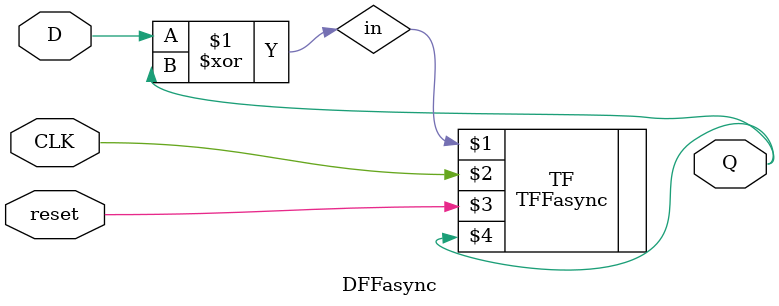
<source format=v>
`timescale 1ns / 1ps


module DFFasync(D, CLK, reset, Q);
    input D;
    input CLK;
    input reset;
    output Q;
    
    wire in;
    
    wire Q;
    
    assign in = D^Q;
    TFFasync TF(in, CLK, reset, Q);
endmodule

</source>
